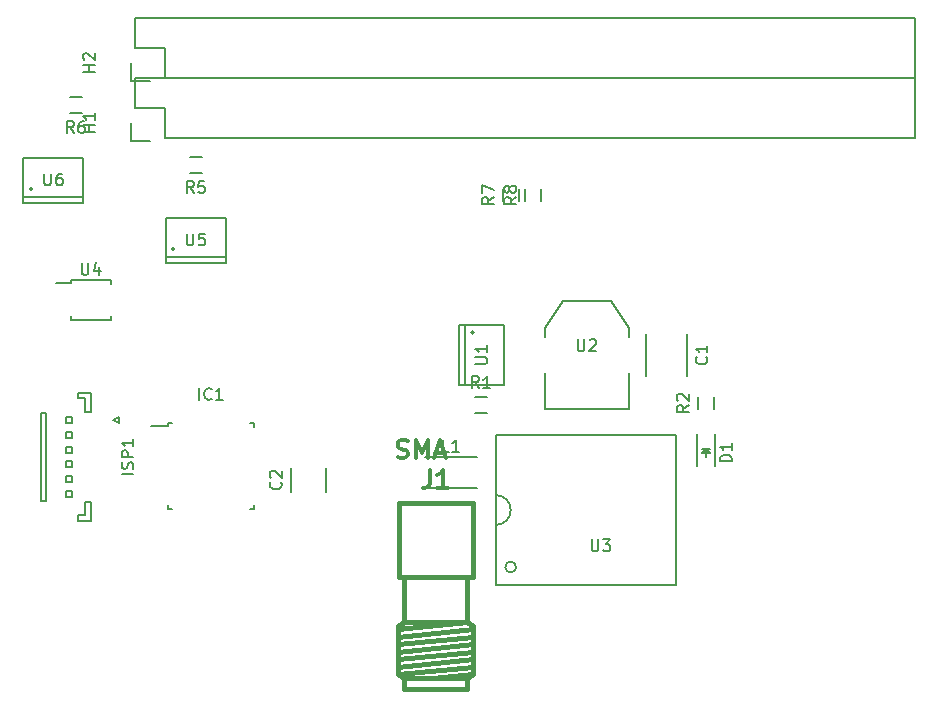
<source format=gbr>
G04 #@! TF.FileFunction,Legend,Top*
%FSLAX46Y46*%
G04 Gerber Fmt 4.6, Leading zero omitted, Abs format (unit mm)*
G04 Created by KiCad (PCBNEW 4.0.4-stable) date 10/12/16 00:03:27*
%MOMM*%
%LPD*%
G01*
G04 APERTURE LIST*
%ADD10C,0.100000*%
%ADD11C,0.150000*%
%ADD12C,0.381000*%
%ADD13C,0.304800*%
G04 APERTURE END LIST*
D10*
D11*
X77380000Y-61180000D02*
X143420000Y-61180000D01*
X143420000Y-66260000D02*
X79920000Y-66260000D01*
X143420000Y-61180000D02*
X143420000Y-66260000D01*
X77380000Y-61180000D02*
X77380000Y-63720000D01*
X77100000Y-64990000D02*
X77100000Y-66540000D01*
X77380000Y-63720000D02*
X79920000Y-63720000D01*
X79920000Y-63720000D02*
X79920000Y-66260000D01*
X77100000Y-66540000D02*
X78650000Y-66540000D01*
X71985000Y-78335000D02*
X71985000Y-78560000D01*
X75335000Y-78335000D02*
X75335000Y-78635000D01*
X75335000Y-81685000D02*
X75335000Y-81385000D01*
X71985000Y-81685000D02*
X71985000Y-81385000D01*
X71985000Y-78335000D02*
X75335000Y-78335000D01*
X71985000Y-81685000D02*
X75335000Y-81685000D01*
X71985000Y-78560000D02*
X70760000Y-78560000D01*
D12*
X100210620Y-111986060D02*
X100210620Y-112930940D01*
X105529380Y-111986060D02*
X105529380Y-112930940D01*
X105529380Y-103479600D02*
X105529380Y-107259120D01*
X100210620Y-103479600D02*
X100210620Y-107259120D01*
X106062780Y-111671100D02*
X102603300Y-111986060D01*
X99677220Y-107889040D02*
X105529380Y-107259120D01*
X106062780Y-107889040D02*
X99677220Y-108518960D01*
X106062780Y-108518960D02*
X99677220Y-109148880D01*
X106062780Y-109148880D02*
X99677220Y-109778800D01*
X106062780Y-109778800D02*
X99677220Y-110411260D01*
X106062780Y-110411260D02*
X99677220Y-111041180D01*
X106062780Y-111041180D02*
X99677220Y-111671100D01*
X106062780Y-111671100D02*
X105529380Y-111986060D01*
X105529380Y-111986060D02*
X100210620Y-111986060D01*
X100210620Y-111986060D02*
X99677220Y-111671100D01*
X99677220Y-111671100D02*
X99677220Y-107574080D01*
X99677220Y-107574080D02*
X100210620Y-107259120D01*
X100210620Y-107259120D02*
X105529380Y-107259120D01*
X105529380Y-107259120D02*
X106062780Y-107574080D01*
X106062780Y-107574080D02*
X106062780Y-111671100D01*
X100210620Y-112930940D02*
X105529380Y-112930940D01*
X106019600Y-103479600D02*
X99720400Y-103479600D01*
X99720400Y-103479600D02*
X99720400Y-97180400D01*
X99720400Y-97180400D02*
X106019600Y-97180400D01*
X106019600Y-97180400D02*
X106019600Y-103479600D01*
D11*
X101940000Y-93315000D02*
X106340000Y-93315000D01*
X101940000Y-95915000D02*
X106340000Y-95915000D01*
X80195000Y-90425000D02*
X80195000Y-90650000D01*
X87445000Y-90425000D02*
X87445000Y-90750000D01*
X87445000Y-97675000D02*
X87445000Y-97350000D01*
X80195000Y-97675000D02*
X80195000Y-97350000D01*
X80195000Y-90425000D02*
X80520000Y-90425000D01*
X80195000Y-97675000D02*
X80520000Y-97675000D01*
X87445000Y-97675000D02*
X87120000Y-97675000D01*
X87445000Y-90425000D02*
X87120000Y-90425000D01*
X80195000Y-90650000D02*
X78770000Y-90650000D01*
X77380000Y-56100000D02*
X143420000Y-56100000D01*
X143420000Y-61180000D02*
X79920000Y-61180000D01*
X143420000Y-56100000D02*
X143420000Y-61180000D01*
X77380000Y-56100000D02*
X77380000Y-58640000D01*
X77100000Y-59910000D02*
X77100000Y-61460000D01*
X77380000Y-58640000D02*
X79920000Y-58640000D01*
X79920000Y-58640000D02*
X79920000Y-61180000D01*
X77100000Y-61460000D02*
X78650000Y-61460000D01*
X124153000Y-86447596D02*
X124153000Y-82847596D01*
X120703000Y-82847596D02*
X120703000Y-86447596D01*
X107180000Y-89575000D02*
X106180000Y-89575000D01*
X106180000Y-88225000D02*
X107180000Y-88225000D01*
X106130822Y-82742596D02*
G75*
G03X106130822Y-82742596I-127000J0D01*
G01*
X105368822Y-82107596D02*
X105368822Y-87187596D01*
X108670822Y-82107596D02*
X108670822Y-87187596D01*
X104860822Y-82107596D02*
X104860822Y-87187596D01*
X104860822Y-82107596D02*
X108670822Y-82107596D01*
X104860822Y-87187596D02*
X108670822Y-87187596D01*
X112099822Y-86171596D02*
X112099822Y-89219596D01*
X112099822Y-89219596D02*
X119211822Y-89219596D01*
X119211822Y-89219596D02*
X119211822Y-86171596D01*
X112099822Y-83123596D02*
X112099822Y-82361596D01*
X112099822Y-82361596D02*
X113623822Y-80075596D01*
X113623822Y-80075596D02*
X117687822Y-80075596D01*
X117687822Y-80075596D02*
X119211822Y-82361596D01*
X119211822Y-82361596D02*
X119211822Y-83123596D01*
X109677905Y-102616000D02*
G75*
G03X109677905Y-102616000I-457905J0D01*
G01*
X107950000Y-99060000D02*
G75*
G03X109220000Y-97790000I0J1270000D01*
G01*
X109220000Y-97790000D02*
G75*
G03X107950000Y-96520000I-1270000J0D01*
G01*
X107950000Y-91440000D02*
X123190000Y-91440000D01*
X123190000Y-91440000D02*
X123190000Y-104140000D01*
X123190000Y-104140000D02*
X107950000Y-104140000D01*
X107950000Y-104140000D02*
X107950000Y-91440000D01*
X80772000Y-75692000D02*
G75*
G03X80772000Y-75692000I-127000J0D01*
G01*
X80010000Y-76327000D02*
X85090000Y-76327000D01*
X80010000Y-73025000D02*
X85090000Y-73025000D01*
X80010000Y-76835000D02*
X85090000Y-76835000D01*
X80010000Y-76835000D02*
X80010000Y-73025000D01*
X85090000Y-76835000D02*
X85090000Y-73025000D01*
X68707000Y-70612000D02*
G75*
G03X68707000Y-70612000I-127000J0D01*
G01*
X67945000Y-71247000D02*
X73025000Y-71247000D01*
X67945000Y-67945000D02*
X73025000Y-67945000D01*
X67945000Y-71755000D02*
X73025000Y-71755000D01*
X67945000Y-71755000D02*
X67945000Y-67945000D01*
X73025000Y-71755000D02*
X73025000Y-67945000D01*
X69415000Y-89545000D02*
X69415000Y-97045000D01*
X69415000Y-97045000D02*
X69915000Y-97045000D01*
X69915000Y-97045000D02*
X69915000Y-89545000D01*
X69915000Y-89545000D02*
X69415000Y-89545000D01*
X72615000Y-87845000D02*
X73715000Y-87845000D01*
X73715000Y-87845000D02*
X73715000Y-89495000D01*
X73715000Y-89495000D02*
X73215000Y-89495000D01*
X73215000Y-89495000D02*
X73215000Y-88345000D01*
X73215000Y-88345000D02*
X72615000Y-88345000D01*
X72615000Y-88345000D02*
X72615000Y-87845000D01*
X72615000Y-98745000D02*
X73715000Y-98745000D01*
X73715000Y-98745000D02*
X73715000Y-97095000D01*
X73715000Y-97095000D02*
X73215000Y-97095000D01*
X73215000Y-97095000D02*
X73215000Y-98245000D01*
X73215000Y-98245000D02*
X72615000Y-98245000D01*
X72615000Y-98245000D02*
X72615000Y-98745000D01*
X75565000Y-90170000D02*
X76065000Y-89920000D01*
X76065000Y-89920000D02*
X76065000Y-90420000D01*
X76065000Y-90420000D02*
X75565000Y-90170000D01*
X72065000Y-89920000D02*
X71565000Y-89920000D01*
X71565000Y-89920000D02*
X71565000Y-90420000D01*
X71565000Y-90420000D02*
X72065000Y-90420000D01*
X72065000Y-90420000D02*
X72065000Y-89920000D01*
X72065000Y-91170000D02*
X71565000Y-91170000D01*
X71565000Y-91170000D02*
X71565000Y-91670000D01*
X71565000Y-91670000D02*
X72065000Y-91670000D01*
X72065000Y-91670000D02*
X72065000Y-91170000D01*
X72065000Y-92420000D02*
X71565000Y-92420000D01*
X71565000Y-92420000D02*
X71565000Y-92920000D01*
X71565000Y-92920000D02*
X72065000Y-92920000D01*
X72065000Y-92920000D02*
X72065000Y-92420000D01*
X72065000Y-93670000D02*
X71565000Y-93670000D01*
X71565000Y-93670000D02*
X71565000Y-94170000D01*
X71565000Y-94170000D02*
X72065000Y-94170000D01*
X72065000Y-94170000D02*
X72065000Y-93670000D01*
X72065000Y-94920000D02*
X71565000Y-94920000D01*
X71565000Y-94920000D02*
X71565000Y-95420000D01*
X71565000Y-95420000D02*
X72065000Y-95420000D01*
X72065000Y-95420000D02*
X72065000Y-94920000D01*
X72065000Y-96170000D02*
X71565000Y-96170000D01*
X71565000Y-96170000D02*
X71565000Y-96670000D01*
X71565000Y-96670000D02*
X72065000Y-96670000D01*
X72065000Y-96670000D02*
X72065000Y-96170000D01*
X90600000Y-94250000D02*
X90600000Y-96250000D01*
X93550000Y-96250000D02*
X93550000Y-94250000D01*
X126405000Y-88230000D02*
X126405000Y-89230000D01*
X125055000Y-89230000D02*
X125055000Y-88230000D01*
X82050000Y-67905000D02*
X83050000Y-67905000D01*
X83050000Y-69255000D02*
X82050000Y-69255000D01*
X71890000Y-62825000D02*
X72890000Y-62825000D01*
X72890000Y-64175000D02*
X71890000Y-64175000D01*
X109895000Y-70620000D02*
X109895000Y-71620000D01*
X108545000Y-71620000D02*
X108545000Y-70620000D01*
X111800000Y-70620000D02*
X111800000Y-71620000D01*
X110450000Y-71620000D02*
X110450000Y-70620000D01*
X124980000Y-91330980D02*
X124980000Y-94030980D01*
X126480000Y-91330980D02*
X126480000Y-94030980D01*
X125580000Y-92830980D02*
X125830000Y-92830980D01*
X125830000Y-92830980D02*
X125680000Y-92680980D01*
X126080000Y-92580980D02*
X125380000Y-92580980D01*
X125730000Y-92930980D02*
X125730000Y-93280980D01*
X125730000Y-92580980D02*
X126080000Y-92930980D01*
X126080000Y-92930980D02*
X125380000Y-92930980D01*
X125380000Y-92930980D02*
X125730000Y-92580980D01*
X74002381Y-65751905D02*
X73002381Y-65751905D01*
X73478571Y-65751905D02*
X73478571Y-65180476D01*
X74002381Y-65180476D02*
X73002381Y-65180476D01*
X74002381Y-64180476D02*
X74002381Y-64751905D01*
X74002381Y-64466191D02*
X73002381Y-64466191D01*
X73145238Y-64561429D01*
X73240476Y-64656667D01*
X73288095Y-64751905D01*
X72898095Y-76862381D02*
X72898095Y-77671905D01*
X72945714Y-77767143D01*
X72993333Y-77814762D01*
X73088571Y-77862381D01*
X73279048Y-77862381D01*
X73374286Y-77814762D01*
X73421905Y-77767143D01*
X73469524Y-77671905D01*
X73469524Y-76862381D01*
X74374286Y-77195714D02*
X74374286Y-77862381D01*
X74136190Y-76814762D02*
X73898095Y-77529048D01*
X74517143Y-77529048D01*
D13*
X102362000Y-94415429D02*
X102362000Y-95504000D01*
X102289428Y-95721714D01*
X102144285Y-95866857D01*
X101926571Y-95939429D01*
X101781428Y-95939429D01*
X103886000Y-95939429D02*
X103015143Y-95939429D01*
X103450571Y-95939429D02*
X103450571Y-94415429D01*
X103305428Y-94633143D01*
X103160286Y-94778286D01*
X103015143Y-94850857D01*
X99640572Y-93326857D02*
X99858286Y-93399429D01*
X100221143Y-93399429D01*
X100366286Y-93326857D01*
X100438857Y-93254286D01*
X100511429Y-93109143D01*
X100511429Y-92964000D01*
X100438857Y-92818857D01*
X100366286Y-92746286D01*
X100221143Y-92673714D01*
X99930857Y-92601143D01*
X99785715Y-92528571D01*
X99713143Y-92456000D01*
X99640572Y-92310857D01*
X99640572Y-92165714D01*
X99713143Y-92020571D01*
X99785715Y-91948000D01*
X99930857Y-91875429D01*
X100293715Y-91875429D01*
X100511429Y-91948000D01*
X101164572Y-93399429D02*
X101164572Y-91875429D01*
X101672572Y-92964000D01*
X102180572Y-91875429D01*
X102180572Y-93399429D01*
X102833715Y-92964000D02*
X103559429Y-92964000D01*
X102688572Y-93399429D02*
X103196572Y-91875429D01*
X103704572Y-93399429D01*
D11*
X103973334Y-92867381D02*
X103497143Y-92867381D01*
X103497143Y-91867381D01*
X104830477Y-92867381D02*
X104259048Y-92867381D01*
X104544762Y-92867381D02*
X104544762Y-91867381D01*
X104449524Y-92010238D01*
X104354286Y-92105476D01*
X104259048Y-92153095D01*
X82843810Y-88452381D02*
X82843810Y-87452381D01*
X83891429Y-88357143D02*
X83843810Y-88404762D01*
X83700953Y-88452381D01*
X83605715Y-88452381D01*
X83462857Y-88404762D01*
X83367619Y-88309524D01*
X83320000Y-88214286D01*
X83272381Y-88023810D01*
X83272381Y-87880952D01*
X83320000Y-87690476D01*
X83367619Y-87595238D01*
X83462857Y-87500000D01*
X83605715Y-87452381D01*
X83700953Y-87452381D01*
X83843810Y-87500000D01*
X83891429Y-87547619D01*
X84843810Y-88452381D02*
X84272381Y-88452381D01*
X84558095Y-88452381D02*
X84558095Y-87452381D01*
X84462857Y-87595238D01*
X84367619Y-87690476D01*
X84272381Y-87738095D01*
X74002381Y-60671905D02*
X73002381Y-60671905D01*
X73478571Y-60671905D02*
X73478571Y-60100476D01*
X74002381Y-60100476D02*
X73002381Y-60100476D01*
X73097619Y-59671905D02*
X73050000Y-59624286D01*
X73002381Y-59529048D01*
X73002381Y-59290952D01*
X73050000Y-59195714D01*
X73097619Y-59148095D01*
X73192857Y-59100476D01*
X73288095Y-59100476D01*
X73430952Y-59148095D01*
X74002381Y-59719524D01*
X74002381Y-59100476D01*
X125785143Y-84814262D02*
X125832762Y-84861881D01*
X125880381Y-85004738D01*
X125880381Y-85099976D01*
X125832762Y-85242834D01*
X125737524Y-85338072D01*
X125642286Y-85385691D01*
X125451810Y-85433310D01*
X125308952Y-85433310D01*
X125118476Y-85385691D01*
X125023238Y-85338072D01*
X124928000Y-85242834D01*
X124880381Y-85099976D01*
X124880381Y-85004738D01*
X124928000Y-84861881D01*
X124975619Y-84814262D01*
X125880381Y-83861881D02*
X125880381Y-84433310D01*
X125880381Y-84147596D02*
X124880381Y-84147596D01*
X125023238Y-84242834D01*
X125118476Y-84338072D01*
X125166095Y-84433310D01*
X106513334Y-87452381D02*
X106180000Y-86976190D01*
X105941905Y-87452381D02*
X105941905Y-86452381D01*
X106322858Y-86452381D01*
X106418096Y-86500000D01*
X106465715Y-86547619D01*
X106513334Y-86642857D01*
X106513334Y-86785714D01*
X106465715Y-86880952D01*
X106418096Y-86928571D01*
X106322858Y-86976190D01*
X105941905Y-86976190D01*
X107465715Y-87452381D02*
X106894286Y-87452381D01*
X107180000Y-87452381D02*
X107180000Y-86452381D01*
X107084762Y-86595238D01*
X106989524Y-86690476D01*
X106894286Y-86738095D01*
X106218203Y-85409501D02*
X107027727Y-85409501D01*
X107122965Y-85361882D01*
X107170584Y-85314263D01*
X107218203Y-85219025D01*
X107218203Y-85028548D01*
X107170584Y-84933310D01*
X107122965Y-84885691D01*
X107027727Y-84838072D01*
X106218203Y-84838072D01*
X107218203Y-83838072D02*
X107218203Y-84409501D01*
X107218203Y-84123787D02*
X106218203Y-84123787D01*
X106361060Y-84219025D01*
X106456298Y-84314263D01*
X106503917Y-84409501D01*
X114893917Y-83337977D02*
X114893917Y-84147501D01*
X114941536Y-84242739D01*
X114989155Y-84290358D01*
X115084393Y-84337977D01*
X115274870Y-84337977D01*
X115370108Y-84290358D01*
X115417727Y-84242739D01*
X115465346Y-84147501D01*
X115465346Y-83337977D01*
X115893917Y-83433215D02*
X115941536Y-83385596D01*
X116036774Y-83337977D01*
X116274870Y-83337977D01*
X116370108Y-83385596D01*
X116417727Y-83433215D01*
X116465346Y-83528453D01*
X116465346Y-83623691D01*
X116417727Y-83766548D01*
X115846298Y-84337977D01*
X116465346Y-84337977D01*
X116078095Y-100282381D02*
X116078095Y-101091905D01*
X116125714Y-101187143D01*
X116173333Y-101234762D01*
X116268571Y-101282381D01*
X116459048Y-101282381D01*
X116554286Y-101234762D01*
X116601905Y-101187143D01*
X116649524Y-101091905D01*
X116649524Y-100282381D01*
X117030476Y-100282381D02*
X117649524Y-100282381D01*
X117316190Y-100663333D01*
X117459048Y-100663333D01*
X117554286Y-100710952D01*
X117601905Y-100758571D01*
X117649524Y-100853810D01*
X117649524Y-101091905D01*
X117601905Y-101187143D01*
X117554286Y-101234762D01*
X117459048Y-101282381D01*
X117173333Y-101282381D01*
X117078095Y-101234762D01*
X117030476Y-101187143D01*
X81788095Y-74382381D02*
X81788095Y-75191905D01*
X81835714Y-75287143D01*
X81883333Y-75334762D01*
X81978571Y-75382381D01*
X82169048Y-75382381D01*
X82264286Y-75334762D01*
X82311905Y-75287143D01*
X82359524Y-75191905D01*
X82359524Y-74382381D01*
X83311905Y-74382381D02*
X82835714Y-74382381D01*
X82788095Y-74858571D01*
X82835714Y-74810952D01*
X82930952Y-74763333D01*
X83169048Y-74763333D01*
X83264286Y-74810952D01*
X83311905Y-74858571D01*
X83359524Y-74953810D01*
X83359524Y-75191905D01*
X83311905Y-75287143D01*
X83264286Y-75334762D01*
X83169048Y-75382381D01*
X82930952Y-75382381D01*
X82835714Y-75334762D01*
X82788095Y-75287143D01*
X69723095Y-69302381D02*
X69723095Y-70111905D01*
X69770714Y-70207143D01*
X69818333Y-70254762D01*
X69913571Y-70302381D01*
X70104048Y-70302381D01*
X70199286Y-70254762D01*
X70246905Y-70207143D01*
X70294524Y-70111905D01*
X70294524Y-69302381D01*
X71199286Y-69302381D02*
X71008809Y-69302381D01*
X70913571Y-69350000D01*
X70865952Y-69397619D01*
X70770714Y-69540476D01*
X70723095Y-69730952D01*
X70723095Y-70111905D01*
X70770714Y-70207143D01*
X70818333Y-70254762D01*
X70913571Y-70302381D01*
X71104048Y-70302381D01*
X71199286Y-70254762D01*
X71246905Y-70207143D01*
X71294524Y-70111905D01*
X71294524Y-69873810D01*
X71246905Y-69778571D01*
X71199286Y-69730952D01*
X71104048Y-69683333D01*
X70913571Y-69683333D01*
X70818333Y-69730952D01*
X70770714Y-69778571D01*
X70723095Y-69873810D01*
X77267381Y-94747381D02*
X76267381Y-94747381D01*
X77219762Y-94318810D02*
X77267381Y-94175953D01*
X77267381Y-93937857D01*
X77219762Y-93842619D01*
X77172143Y-93795000D01*
X77076905Y-93747381D01*
X76981667Y-93747381D01*
X76886429Y-93795000D01*
X76838810Y-93842619D01*
X76791190Y-93937857D01*
X76743571Y-94128334D01*
X76695952Y-94223572D01*
X76648333Y-94271191D01*
X76553095Y-94318810D01*
X76457857Y-94318810D01*
X76362619Y-94271191D01*
X76315000Y-94223572D01*
X76267381Y-94128334D01*
X76267381Y-93890238D01*
X76315000Y-93747381D01*
X77267381Y-93318810D02*
X76267381Y-93318810D01*
X76267381Y-92937857D01*
X76315000Y-92842619D01*
X76362619Y-92795000D01*
X76457857Y-92747381D01*
X76600714Y-92747381D01*
X76695952Y-92795000D01*
X76743571Y-92842619D01*
X76791190Y-92937857D01*
X76791190Y-93318810D01*
X77267381Y-91795000D02*
X77267381Y-92366429D01*
X77267381Y-92080715D02*
X76267381Y-92080715D01*
X76410238Y-92175953D01*
X76505476Y-92271191D01*
X76553095Y-92366429D01*
X89732143Y-95416666D02*
X89779762Y-95464285D01*
X89827381Y-95607142D01*
X89827381Y-95702380D01*
X89779762Y-95845238D01*
X89684524Y-95940476D01*
X89589286Y-95988095D01*
X89398810Y-96035714D01*
X89255952Y-96035714D01*
X89065476Y-95988095D01*
X88970238Y-95940476D01*
X88875000Y-95845238D01*
X88827381Y-95702380D01*
X88827381Y-95607142D01*
X88875000Y-95464285D01*
X88922619Y-95416666D01*
X88922619Y-95035714D02*
X88875000Y-94988095D01*
X88827381Y-94892857D01*
X88827381Y-94654761D01*
X88875000Y-94559523D01*
X88922619Y-94511904D01*
X89017857Y-94464285D01*
X89113095Y-94464285D01*
X89255952Y-94511904D01*
X89827381Y-95083333D01*
X89827381Y-94464285D01*
X124282381Y-88896666D02*
X123806190Y-89230000D01*
X124282381Y-89468095D02*
X123282381Y-89468095D01*
X123282381Y-89087142D01*
X123330000Y-88991904D01*
X123377619Y-88944285D01*
X123472857Y-88896666D01*
X123615714Y-88896666D01*
X123710952Y-88944285D01*
X123758571Y-88991904D01*
X123806190Y-89087142D01*
X123806190Y-89468095D01*
X123377619Y-88515714D02*
X123330000Y-88468095D01*
X123282381Y-88372857D01*
X123282381Y-88134761D01*
X123330000Y-88039523D01*
X123377619Y-87991904D01*
X123472857Y-87944285D01*
X123568095Y-87944285D01*
X123710952Y-87991904D01*
X124282381Y-88563333D01*
X124282381Y-87944285D01*
X82383334Y-70932381D02*
X82050000Y-70456190D01*
X81811905Y-70932381D02*
X81811905Y-69932381D01*
X82192858Y-69932381D01*
X82288096Y-69980000D01*
X82335715Y-70027619D01*
X82383334Y-70122857D01*
X82383334Y-70265714D01*
X82335715Y-70360952D01*
X82288096Y-70408571D01*
X82192858Y-70456190D01*
X81811905Y-70456190D01*
X83288096Y-69932381D02*
X82811905Y-69932381D01*
X82764286Y-70408571D01*
X82811905Y-70360952D01*
X82907143Y-70313333D01*
X83145239Y-70313333D01*
X83240477Y-70360952D01*
X83288096Y-70408571D01*
X83335715Y-70503810D01*
X83335715Y-70741905D01*
X83288096Y-70837143D01*
X83240477Y-70884762D01*
X83145239Y-70932381D01*
X82907143Y-70932381D01*
X82811905Y-70884762D01*
X82764286Y-70837143D01*
X72223334Y-65852381D02*
X71890000Y-65376190D01*
X71651905Y-65852381D02*
X71651905Y-64852381D01*
X72032858Y-64852381D01*
X72128096Y-64900000D01*
X72175715Y-64947619D01*
X72223334Y-65042857D01*
X72223334Y-65185714D01*
X72175715Y-65280952D01*
X72128096Y-65328571D01*
X72032858Y-65376190D01*
X71651905Y-65376190D01*
X73080477Y-64852381D02*
X72890000Y-64852381D01*
X72794762Y-64900000D01*
X72747143Y-64947619D01*
X72651905Y-65090476D01*
X72604286Y-65280952D01*
X72604286Y-65661905D01*
X72651905Y-65757143D01*
X72699524Y-65804762D01*
X72794762Y-65852381D01*
X72985239Y-65852381D01*
X73080477Y-65804762D01*
X73128096Y-65757143D01*
X73175715Y-65661905D01*
X73175715Y-65423810D01*
X73128096Y-65328571D01*
X73080477Y-65280952D01*
X72985239Y-65233333D01*
X72794762Y-65233333D01*
X72699524Y-65280952D01*
X72651905Y-65328571D01*
X72604286Y-65423810D01*
X107772381Y-71286666D02*
X107296190Y-71620000D01*
X107772381Y-71858095D02*
X106772381Y-71858095D01*
X106772381Y-71477142D01*
X106820000Y-71381904D01*
X106867619Y-71334285D01*
X106962857Y-71286666D01*
X107105714Y-71286666D01*
X107200952Y-71334285D01*
X107248571Y-71381904D01*
X107296190Y-71477142D01*
X107296190Y-71858095D01*
X106772381Y-70953333D02*
X106772381Y-70286666D01*
X107772381Y-70715238D01*
X109677381Y-71286666D02*
X109201190Y-71620000D01*
X109677381Y-71858095D02*
X108677381Y-71858095D01*
X108677381Y-71477142D01*
X108725000Y-71381904D01*
X108772619Y-71334285D01*
X108867857Y-71286666D01*
X109010714Y-71286666D01*
X109105952Y-71334285D01*
X109153571Y-71381904D01*
X109201190Y-71477142D01*
X109201190Y-71858095D01*
X109105952Y-70715238D02*
X109058333Y-70810476D01*
X109010714Y-70858095D01*
X108915476Y-70905714D01*
X108867857Y-70905714D01*
X108772619Y-70858095D01*
X108725000Y-70810476D01*
X108677381Y-70715238D01*
X108677381Y-70524761D01*
X108725000Y-70429523D01*
X108772619Y-70381904D01*
X108867857Y-70334285D01*
X108915476Y-70334285D01*
X109010714Y-70381904D01*
X109058333Y-70429523D01*
X109105952Y-70524761D01*
X109105952Y-70715238D01*
X109153571Y-70810476D01*
X109201190Y-70858095D01*
X109296429Y-70905714D01*
X109486905Y-70905714D01*
X109582143Y-70858095D01*
X109629762Y-70810476D01*
X109677381Y-70715238D01*
X109677381Y-70524761D01*
X109629762Y-70429523D01*
X109582143Y-70381904D01*
X109486905Y-70334285D01*
X109296429Y-70334285D01*
X109201190Y-70381904D01*
X109153571Y-70429523D01*
X109105952Y-70524761D01*
X127932381Y-93669075D02*
X126932381Y-93669075D01*
X126932381Y-93430980D01*
X126980000Y-93288122D01*
X127075238Y-93192884D01*
X127170476Y-93145265D01*
X127360952Y-93097646D01*
X127503810Y-93097646D01*
X127694286Y-93145265D01*
X127789524Y-93192884D01*
X127884762Y-93288122D01*
X127932381Y-93430980D01*
X127932381Y-93669075D01*
X127932381Y-92145265D02*
X127932381Y-92716694D01*
X127932381Y-92430980D02*
X126932381Y-92430980D01*
X127075238Y-92526218D01*
X127170476Y-92621456D01*
X127218095Y-92716694D01*
M02*

</source>
